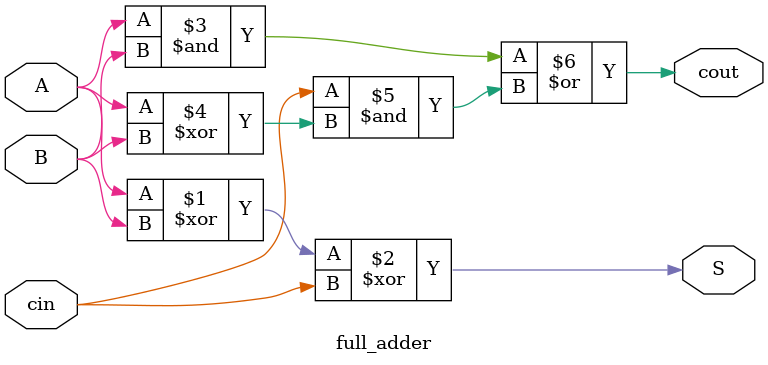
<source format=v>
`timescale 1ns / 1ps

module full_adder( input A,
       input B,
       input cin,
       output S,
       output cout
       );
       assign S = A^B^cin;
       assign cout = (A&B) | (cin&(A^B));
      
endmodule

</source>
